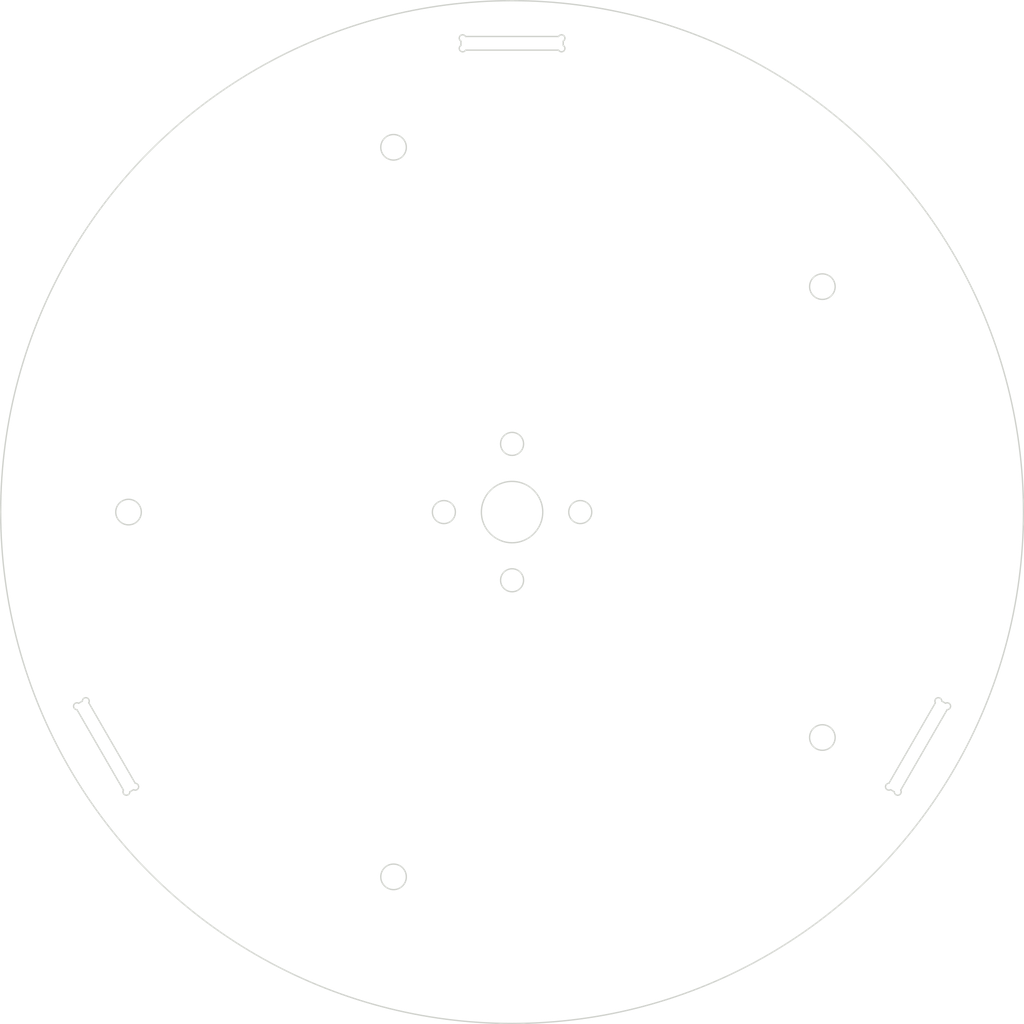
<source format=kicad_pcb>
(kicad_pcb (version 20200811) (host pcbnew "(5.99.0-2687-geae739d98)")

  (general
    (thickness 1.6)
    (drawings 35)
    (tracks 0)
    (modules 0)
    (nets 1)
  )

  (paper "A4")
  (layers
    (0 "F.Cu" signal)
    (31 "B.Cu" signal)
    (32 "B.Adhes" user)
    (33 "F.Adhes" user)
    (34 "B.Paste" user)
    (35 "F.Paste" user)
    (36 "B.SilkS" user)
    (37 "F.SilkS" user)
    (38 "B.Mask" user)
    (39 "F.Mask" user)
    (40 "Dwgs.User" user)
    (41 "Cmts.User" user)
    (42 "Eco1.User" user)
    (43 "Eco2.User" user)
    (44 "Edge.Cuts" user)
    (45 "Margin" user)
    (46 "B.CrtYd" user)
    (47 "F.CrtYd" user)
    (48 "B.Fab" user)
    (49 "F.Fab" user)
  )

  (setup
    (pcbplotparams
      (layerselection 0x010fc_ffffffff)
      (usegerberextensions false)
      (usegerberattributes true)
      (usegerberadvancedattributes true)
      (creategerberjobfile true)
      (svguseinch false)
      (svgprecision 6)
      (excludeedgelayer true)
      (linewidth 0.100000)
      (plotframeref false)
      (viasonmask false)
      (mode 1)
      (useauxorigin false)
      (hpglpennumber 1)
      (hpglpenspeed 20)
      (hpglpendiameter 15.000000)
      (psnegative false)
      (psa4output false)
      (plotreference true)
      (plotvalue true)
      (plotinvisibletext false)
      (sketchpadsonfab false)
      (subtractmaskfromsilk false)
      (outputformat 1)
      (mirror false)
      (drillshape 1)
      (scaleselection 1)
      (outputdirectory "")
    )
  )

  (net 0 "")

  (gr_circle (center 177.994 129.227) (end 176.494 129.227) (layer "Edge.Cuts") (width 0.16) (tstamp 0357ccae-a303-4d8e-8a7f-154e420fda01))
  (gr_line (start 147.588 47.523) (end 147.588 48.031) (angle 90) (layer "Edge.Cuts") (width 0.16) (tstamp 18b81d57-28a7-4f5e-afb6-b4adc00f72d8))
  (gr_circle (center 96.588 102.777) (end 95.088 102.777) (layer "Edge.Cuts") (width 0.16) (tstamp 1bd7781e-ff24-45bc-9adc-923077f80f73))
  (gr_arc (start 191.6 124.954) (end 192 124.954) (angle -210) (layer "Edge.Cuts") (width 0.16) (tstamp 1dc7c9dd-95c4-4a25-92a7-f7897dc9692d))
  (gr_circle (center 141.588 102.777) (end 137.988 102.777) (layer "Edge.Cuts") (width 0.16) (tstamp 2021defc-162f-4cbc-bb1c-5f5d88c8af40))
  (gr_arc (start 192.639 125.554) (end 192.639 125.954) (angle -210) (layer "Edge.Cuts") (width 0.16) (tstamp 26b44b99-260e-4ff2-a133-9da2465284f4))
  (gr_line (start 95.991 135.4) (end 90.537 125.954) (angle 90) (layer "Edge.Cuts") (width 0.16) (tstamp 26dba7ac-3c58-4dce-8cb3-3e601efde34e))
  (gr_line (start 97.176 135.346) (end 96.737 135.6) (angle 90) (layer "Edge.Cuts") (width 0.16) (tstamp 2846d114-a19a-44d5-8b68-31b21a55131f))
  (gr_arc (start 135.788 48.377) (end 135.588 48.031) (angle -210) (layer "Edge.Cuts") (width 0.16) (tstamp 2abac097-9e1b-490f-8f68-a2fc17a26f9d))
  (gr_line (start 90.737 125.208) (end 91.176 124.954) (angle 90) (layer "Edge.Cuts") (width 0.16) (tstamp 3e3b3205-2d6c-4c51-8eae-3133f9ff7a87))
  (gr_circle (center 127.682 59.979) (end 126.182 59.979) (layer "Edge.Cuts") (width 0.16) (tstamp 41d748c1-253b-4af3-b5d0-dd40b3b8537f))
  (gr_line (start 192.639 125.954) (end 187.185 135.4) (angle 90) (layer "Edge.Cuts") (width 0.16) (tstamp 47d060c3-81a5-4ca7-a759-6ac5308c0f39))
  (gr_arc (start 147.388 48.377) (end 147.042 48.577) (angle -210) (layer "Edge.Cuts") (width 0.16) (tstamp 48710642-e5f6-452c-b83f-cff30645207d))
  (gr_circle (center 141.588 102.777) (end 81.588 102.777) (layer "Edge.Cuts") (width 0.16) (tstamp 48f810c0-b356-44d6-8bb7-08d7293008ad))
  (gr_arc (start 90.537 125.554) (end 90.737 125.208) (angle -210) (layer "Edge.Cuts") (width 0.16) (tstamp 61921f57-31b3-4d06-8120-071083a36513))
  (gr_arc (start 91.576 124.954) (end 91.923 125.154) (angle -210) (layer "Edge.Cuts") (width 0.16) (tstamp 61ddec53-42b6-4a33-b30e-f49408b54d5f))
  (gr_circle (center 149.588 102.777) (end 148.238 102.777) (layer "Edge.Cuts") (width 0.16) (tstamp 686cbdb8-15e6-4f82-92a4-7875e9559a50))
  (gr_line (start 136.134 46.977) (end 147.042 46.977) (angle 90) (layer "Edge.Cuts") (width 0.16) (tstamp 6a366857-f891-4719-8058-d408814fd7c8))
  (gr_circle (center 133.588 102.777) (end 132.238 102.777) (layer "Edge.Cuts") (width 0.16) (tstamp 76b221e0-dee0-4530-8019-21cf5f466d99))
  (gr_circle (center 141.588 110.777) (end 140.238 110.777) (layer "Edge.Cuts") (width 0.16) (tstamp 8621e554-dade-4c56-b372-e696c07fa333))
  (gr_circle (center 127.682 145.575) (end 126.182 145.575) (layer "Edge.Cuts") (width 0.16) (tstamp 96769425-d089-4f6d-82ee-6d09805d1e0e))
  (gr_arc (start 186.839 135.6) (end 186.439 135.6) (angle -210) (layer "Edge.Cuts") (width 0.16) (tstamp a09d8709-fa4d-4c0e-886a-43d41e105e1c))
  (gr_arc (start 135.788 47.177) (end 136.134 46.977) (angle -210) (layer "Edge.Cuts") (width 0.16) (tstamp a35802ba-5308-4b17-9005-a44d774f2f39))
  (gr_line (start 185.8 134.6) (end 191.253 125.154) (angle 90) (layer "Edge.Cuts") (width 0.16) (tstamp bac5c586-56d4-4435-9549-89056c53d94a))
  (gr_arc (start 97.376 135) (end 97.176 135.346) (angle -210) (layer "Edge.Cuts") (width 0.16) (tstamp bc6093e1-efb7-4c26-be46-d467b39a50c5))
  (gr_line (start 91.923 125.154) (end 97.376 134.6) (angle 90) (layer "Edge.Cuts") (width 0.16) (tstamp c262730f-1ead-47b7-8639-b4b8abe38cbc))
  (gr_line (start 186.439 135.6) (end 186 135.346) (angle 90) (layer "Edge.Cuts") (width 0.16) (tstamp c66e2680-ff56-414e-8103-c4e03ec7c07a))
  (gr_line (start 192 124.954) (end 192.439 125.208) (angle 90) (layer "Edge.Cuts") (width 0.16) (tstamp ddf10cf7-39cb-460a-9ded-e254b77c0d18))
  (gr_line (start 147.042 48.577) (end 136.134 48.577) (angle 90) (layer "Edge.Cuts") (width 0.16) (tstamp e36d8fb2-b36c-4bc3-8207-b1e4e0e0d7d8))
  (gr_line (start 135.588 48.031) (end 135.588 47.523) (angle 90) (layer "Edge.Cuts") (width 0.16) (tstamp e760fc44-2261-4e74-8040-6e5ea0d92281))
  (gr_circle (center 141.588 94.777) (end 140.238 94.777) (layer "Edge.Cuts") (width 0.16) (tstamp e9a2b178-4774-446a-a097-7c08eb79c7fb))
  (gr_arc (start 185.8 135) (end 185.8 134.6) (angle -210) (layer "Edge.Cuts") (width 0.16) (tstamp eeca1c65-9448-4fbf-bc29-725aae18c2ad))
  (gr_arc (start 96.337 135.6) (end 95.991 135.4) (angle -210) (layer "Edge.Cuts") (width 0.16) (tstamp efe4ab57-b4c5-43b2-977b-e7e43bec608d))
  (gr_circle (center 177.994 76.327) (end 176.494 76.327) (layer "Edge.Cuts") (width 0.16) (tstamp f8cdf2fb-5250-4fcb-8b4b-4f06249490b2))
  (gr_arc (start 147.388 47.177) (end 147.588 47.523) (angle -210) (layer "Edge.Cuts") (width 0.16) (tstamp ffe92ae5-f049-4b1f-840b-015f8124a7ae))

)

</source>
